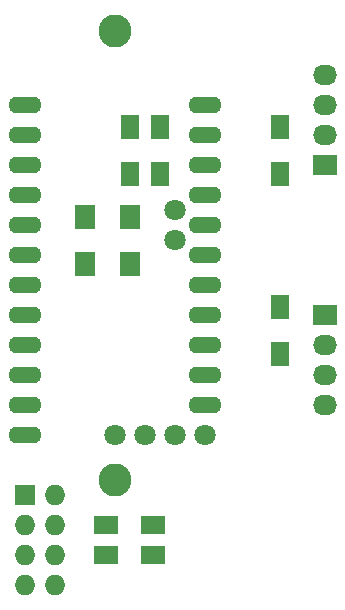
<source format=gts>
G04 #@! TF.FileFunction,Soldermask,Top*
%FSLAX46Y46*%
G04 Gerber Fmt 4.6, Leading zero omitted, Abs format (unit mm)*
G04 Created by KiCad (PCBNEW 4.0.2-stable) date 4/1/2016 8:20:13 PM*
%MOMM*%
G01*
G04 APERTURE LIST*
%ADD10C,0.100000*%
%ADD11C,2.800000*%
%ADD12R,2.000000X1.600000*%
%ADD13R,1.600000X2.000000*%
%ADD14R,1.727200X1.727200*%
%ADD15O,1.727200X1.727200*%
%ADD16R,2.032000X1.727200*%
%ADD17O,2.032000X1.727200*%
%ADD18R,1.700000X2.000000*%
%ADD19O,2.800000X1.400000*%
%ADD20C,1.800000*%
G04 APERTURE END LIST*
D10*
D11*
X109220000Y-112980000D03*
X109220000Y-74980000D03*
D12*
X108490000Y-119380000D03*
X112490000Y-119380000D03*
X108490000Y-116840000D03*
X112490000Y-116840000D03*
D13*
X110490000Y-87090000D03*
X110490000Y-83090000D03*
X113030000Y-87090000D03*
X113030000Y-83090000D03*
X123190000Y-87090000D03*
X123190000Y-83090000D03*
X123190000Y-98330000D03*
X123190000Y-102330000D03*
D14*
X101600000Y-114300000D03*
D15*
X104140000Y-114300000D03*
X101600000Y-116840000D03*
X104140000Y-116840000D03*
X101600000Y-119380000D03*
X104140000Y-119380000D03*
X101600000Y-121920000D03*
X104140000Y-121920000D03*
D16*
X127000000Y-86360000D03*
D17*
X127000000Y-83820000D03*
X127000000Y-81280000D03*
X127000000Y-78740000D03*
D16*
X127000000Y-99060000D03*
D17*
X127000000Y-101600000D03*
X127000000Y-104140000D03*
X127000000Y-106680000D03*
D18*
X106680000Y-94710000D03*
X106680000Y-90710000D03*
X110490000Y-94710000D03*
X110490000Y-90710000D03*
D19*
X116840000Y-81280000D03*
X101600000Y-81280000D03*
X116840000Y-83820000D03*
X101600000Y-83820000D03*
X116840000Y-86360000D03*
X101600000Y-86360000D03*
X116840000Y-88900000D03*
X101600000Y-88900000D03*
X116840000Y-91440000D03*
X101600000Y-91440000D03*
X116840000Y-93980000D03*
X101600000Y-93980000D03*
X116840000Y-96520000D03*
X101600000Y-96520000D03*
X116840000Y-99060000D03*
X101600000Y-99060000D03*
X116840000Y-101600000D03*
X101600000Y-101600000D03*
X116840000Y-104140000D03*
X101600000Y-104140000D03*
X116840000Y-106680000D03*
X101600000Y-106680000D03*
D20*
X116840000Y-109220000D03*
D19*
X101600000Y-109220000D03*
D20*
X114300000Y-90170000D03*
X114300000Y-92710000D03*
X114300000Y-109220000D03*
X111760000Y-109220000D03*
X109220000Y-109220000D03*
M02*

</source>
